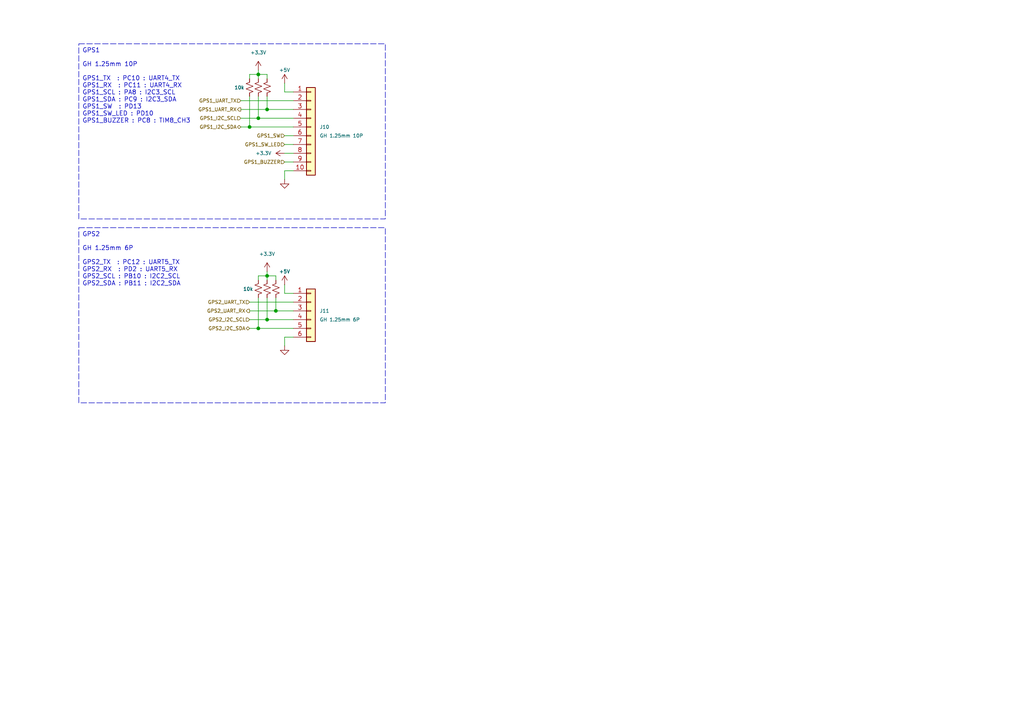
<source format=kicad_sch>
(kicad_sch (version 20250114) (generator "eeschema") (generator_version "9.0")
  (paper "A4")
  (title_block (title "STM32 Flight Controller") (date "2025-06-23") (rev "2.0.0 (WIP)") (company "NARAE") (comment 1 "INHA Univ. Areo-modelling Club") (comment 2 "2024 Winter UAV Project ") (comment 3 "Reversion 2"))
  (lib_symbols
    (symbol "Connector_Generic:Conn_01x06" (pin_names (offset 1.016) (hide yes))
      (property "Reference" "J" (at 0 7.62 0))
      (property "Value" "Conn_01x06" (at 0 -10.16 0))
      (symbol "Conn_01x06_1_1"
        (rectangle (start -1.27 6.35) (end 1.27 -8.89) (stroke (width 0.254)) (fill (type background)))
        (rectangle (start -1.27 5.207) (end 0 4.953) (stroke (width 0.1524)))
        (rectangle (start -1.27 2.667) (end 0 2.413) (stroke (width 0.1524)))
        (rectangle (start -1.27 0.127) (end 0 -0.127) (stroke (width 0.1524)))
        (rectangle (start -1.27 -2.413) (end 0 -2.667) (stroke (width 0.1524)))
        (rectangle (start -1.27 -4.953) (end 0 -5.207) (stroke (width 0.1524)))
        (rectangle (start -1.27 -7.493) (end 0 -7.747) (stroke (width 0.1524)))
        (pin passive line (at -5.08 5.08 0) (length 3.81) (name "Pin_1") (number "1"))
        (pin passive line (at -5.08 2.54 0) (length 3.81) (name "Pin_2") (number "2"))
        (pin passive line (at -5.08 0 0) (length 3.81) (name "Pin_3") (number "3"))
        (pin passive line (at -5.08 -2.54 0) (length 3.81) (name "Pin_4") (number "4"))
        (pin passive line (at -5.08 -5.08 0) (length 3.81) (name "Pin_5") (number "5"))
        (pin passive line (at -5.08 -7.62 0) (length 3.81) (name "Pin_6") (number "6"))
      )
    )
    (symbol "Connector_Generic:Conn_01x10" (pin_names (offset 1.016) (hide yes))
      (property "Reference" "J" (at 0 12.7 0))
      (property "Value" "Conn_01x10" (at 0 -15.24 0))
      (symbol "Conn_01x10_1_1"
        (rectangle (start -1.27 11.43) (end 1.27 -13.97) (stroke (width 0.254)) (fill (type background)))
        (rectangle (start -1.27 10.287) (end 0 10.033) (stroke (width 0.1524)))
        (rectangle (start -1.27 7.747) (end 0 7.493) (stroke (width 0.1524)))
        (rectangle (start -1.27 5.207) (end 0 4.953) (stroke (width 0.1524)))
        (rectangle (start -1.27 2.667) (end 0 2.413) (stroke (width 0.1524)))
        (rectangle (start -1.27 0.127) (end 0 -0.127) (stroke (width 0.1524)))
        (rectangle (start -1.27 -2.413) (end 0 -2.667) (stroke (width 0.1524)))
        (rectangle (start -1.27 -4.953) (end 0 -5.207) (stroke (width 0.1524)))
        (rectangle (start -1.27 -7.493) (end 0 -7.747) (stroke (width 0.1524)))
        (rectangle (start -1.27 -10.033) (end 0 -10.287) (stroke (width 0.1524)))
        (rectangle (start -1.27 -12.573) (end 0 -12.827) (stroke (width 0.1524)))
        (pin passive line (at -5.08 10.16 0) (length 3.81) (name "Pin_1") (number "1"))
        (pin passive line (at -5.08 7.62 0) (length 3.81) (name "Pin_2") (number "2"))
        (pin passive line (at -5.08 5.08 0) (length 3.81) (name "Pin_3") (number "3"))
        (pin passive line (at -5.08 2.54 0) (length 3.81) (name "Pin_4") (number "4"))
        (pin passive line (at -5.08 0 0) (length 3.81) (name "Pin_5") (number "5"))
        (pin passive line (at -5.08 -2.54 0) (length 3.81) (name "Pin_6") (number "6"))
        (pin passive line (at -5.08 -5.08 0) (length 3.81) (name "Pin_7") (number "7"))
        (pin passive line (at -5.08 -7.62 0) (length 3.81) (name "Pin_8") (number "8"))
        (pin passive line (at -5.08 -10.16 0) (length 3.81) (name "Pin_9") (number "9"))
        (pin passive line (at -5.08 -12.7 0) (length 3.81) (name "Pin_10") (number "10"))
      )
    )
    (symbol "Device:R_Small_US" (pin_numbers (hide yes)) (pin_names (offset 0.254) (hide yes))
      (property "Reference" "R" (at 0.762 0.508 0))
      (property "Value" "R_Small_US" (at 0.762 -1.016 0))
      (symbol "R_Small_US_1_1"
        (polyline (pts (xy 0 1.524) (xy 1.016 1.143) (xy 0 0.762) (xy -1.016 0.381) (xy 0 0)))
        (polyline (pts (xy 0 0) (xy 1.016 -0.381) (xy 0 -0.762) (xy -1.016 -1.143) (xy 0 -1.524)))
        (pin passive line (at 0 2.54 270) (length 1.016) (name "~") (number "1"))
        (pin passive line (at 0 -2.54 90) (length 1.016) (name "~") (number "2"))
      )
    )
    (symbol "power:+3.3V" (power) (pin_numbers (hide yes)) (pin_names (offset 0) (hide yes))
      (property "Value" "+3.3V" (at 0 3.556 0))
      (symbol "+3.3V_0_1"
        (polyline (pts (xy -0.762 1.27) (xy 0 2.54)))
        (polyline (pts (xy 0 2.54) (xy 0.762 1.27)))
        (polyline (pts (xy 0 0) (xy 0 2.54)))
      )
      (symbol "+3.3V_1_1"
        (pin power_in line (at 0 0 90) (length 0) (name "~") (number "1"))
      )
    )
    (symbol "power:+5V" (power) (pin_numbers (hide yes)) (pin_names (offset 0) (hide yes))
      (property "Value" "+5V" (at 0 3.556 0))
      (symbol "+5V_0_1"
        (polyline (pts (xy -0.762 1.27) (xy 0 2.54)))
        (polyline (pts (xy 0 2.54) (xy 0.762 1.27)))
        (polyline (pts (xy 0 0) (xy 0 2.54)))
      )
      (symbol "+5V_1_1"
        (pin power_in line (at 0 0 90) (length 0) (name "~") (number "1"))
      )
    )
    (symbol "power:GND" (power) (pin_numbers (hide yes)) (pin_names (offset 0) (hide yes))
      (property "Value" "GND" (at 0 -3.81 0))
      (symbol "GND_0_1"
        (polyline (pts (xy 0 0) (xy 0 -1.27) (xy 1.27 -1.27) (xy 0 -2.54) (xy -1.27 -1.27) (xy 0 -1.27)))
      )
      (symbol "GND_1_1"
        (pin power_in line (at 0 0 270) (length 0) (name "~") (number "1"))
      )
    )
  )
  (rectangle (start 22.86 12.7) (end 111.76 63.5) (stroke (width 0) (type dash)))
  (rectangle (start 22.86 66.04) (end 111.76 116.84) (stroke (width 0) (type dash)))
  (text "GH 1.25mm 10P\n\nGPS1_TX  : PC10 : UART4_TX\nGPS1_RX  : PC11 : UART4_RX\nGPS1_SCL : PA8 : I2C3_SCL\nGPS1_SDA : PC9 : I2C3_SDA\nGPS1_SW  : PD13\nGPS1_SW_LED : PD10\nGPS1_BUZZER : PC8 : TIM8_CH3" (at 23.876 18.034 0) (effects (font (size 1.27 1.27)) (justify left top)))
  (text "GH 1.25mm 6P\n\nGPS2_TX  : PC12 : UART5_TX\nGPS2_RX  : PD2 : UART5_RX\nGPS2_SCL : PB10 : I2C2_SCL\nGPS2_SDA : PB11 : I2C2_SDA" (at 23.876 71.374 0) (effects (font (size 1.27 1.27)) (justify left top)))
  (text "GPS2" (at 23.876 68.834 0) (effects (font (size 1.27 1.27)) (justify left bottom)))
  (text "GPS1" (at 23.876 15.494 0) (effects (font (size 1.27 1.27)) (justify left bottom)))
  (junction (at 80.01 90.17))
  (junction (at 77.47 92.71))
  (junction (at 77.47 80.01))
  (junction (at 77.47 31.75))
  (junction (at 74.93 21.59))
  (junction (at 74.93 34.29))
  (junction (at 74.93 95.25))
  (junction (at 72.39 36.83))
  (wire (pts (xy 74.93 27.94) (xy 74.93 34.29)))
  (wire (pts (xy 82.55 46.99) (xy 85.09 46.99)))
  (wire (pts (xy 82.55 97.79) (xy 82.55 100.33)))
  (wire (pts (xy 74.93 80.01) (xy 77.47 80.01)))
  (wire (pts (xy 69.85 36.83) (xy 72.39 36.83)))
  (wire (pts (xy 77.47 31.75) (xy 85.09 31.75)))
  (wire (pts (xy 82.55 82.55) (xy 82.55 85.09)))
  (wire (pts (xy 80.01 90.17) (xy 85.09 90.17)))
  (wire (pts (xy 69.85 29.21) (xy 85.09 29.21)))
  (wire (pts (xy 77.47 78.74) (xy 77.47 80.01)))
  (wire (pts (xy 72.39 22.86) (xy 72.39 21.59)))
  (wire (pts (xy 80.01 80.01) (xy 80.01 81.28)))
  (wire (pts (xy 82.55 85.09) (xy 85.09 85.09)))
  (wire (pts (xy 72.39 90.17) (xy 80.01 90.17)))
  (wire (pts (xy 82.55 41.91) (xy 85.09 41.91)))
  (wire (pts (xy 77.47 80.01) (xy 80.01 80.01)))
  (wire (pts (xy 77.47 21.59) (xy 77.47 22.86)))
  (wire (pts (xy 77.47 92.71) (xy 85.09 92.71)))
  (wire (pts (xy 72.39 36.83) (xy 85.09 36.83)))
  (wire (pts (xy 74.93 95.25) (xy 85.09 95.25)))
  (wire (pts (xy 69.85 34.29) (xy 74.93 34.29)))
  (wire (pts (xy 74.93 21.59) (xy 77.47 21.59)))
  (wire (pts (xy 82.55 49.53) (xy 82.55 52.07)))
  (wire (pts (xy 74.93 34.29) (xy 85.09 34.29)))
  (wire (pts (xy 72.39 21.59) (xy 74.93 21.59)))
  (wire (pts (xy 72.39 92.71) (xy 77.47 92.71)))
  (wire (pts (xy 82.55 24.13) (xy 82.55 26.67)))
  (wire (pts (xy 74.93 21.59) (xy 74.93 22.86)))
  (wire (pts (xy 72.39 87.63) (xy 85.09 87.63)))
  (wire (pts (xy 85.09 49.53) (xy 82.55 49.53)))
  (wire (pts (xy 77.47 27.94) (xy 77.47 31.75)))
  (wire (pts (xy 77.47 80.01) (xy 77.47 81.28)))
  (wire (pts (xy 82.55 26.67) (xy 85.09 26.67)))
  (wire (pts (xy 85.09 97.79) (xy 82.55 97.79)))
  (wire (pts (xy 82.55 39.37) (xy 85.09 39.37)))
  (wire (pts (xy 74.93 86.36) (xy 74.93 95.25)))
  (wire (pts (xy 80.01 86.36) (xy 80.01 90.17)))
  (wire (pts (xy 72.39 27.94) (xy 72.39 36.83)))
  (wire (pts (xy 74.93 81.28) (xy 74.93 80.01)))
  (wire (pts (xy 69.85 31.75) (xy 77.47 31.75)))
  (wire (pts (xy 82.55 44.45) (xy 85.09 44.45)))
  (wire (pts (xy 77.47 86.36) (xy 77.47 92.71)))
  (wire (pts (xy 74.93 20.32) (xy 74.93 21.59)))
  (wire (pts (xy 72.39 95.25) (xy 74.93 95.25)))
  (hierarchical_label "GPS1_I2C_SCL" (shape input) (at 69.85 34.29 180) (effects (font (size 1 1))))
  (hierarchical_label "GPS2_I2C_SDA" (shape bidirectional) (at 72.39 95.25 180) (effects (font (size 1 1))))
  (hierarchical_label "GPS1_SW" (shape input) (at 82.55 39.37 180) (effects (font (size 1 1))))
  (hierarchical_label "GPS1_SW_LED" (shape input) (at 82.55 41.91 180) (effects (font (size 1 1))))
  (hierarchical_label "GPS1_UART_TX" (shape input) (at 69.85 29.21 180) (effects (font (size 1 1))))
  (hierarchical_label "GPS1_UART_RX" (shape output) (at 69.85 31.75 180) (effects (font (size 1 1))))
  (hierarchical_label "GPS1_I2C_SDA" (shape bidirectional) (at 69.85 36.83 180) (effects (font (size 1 1))))
  (hierarchical_label "GPS2_I2C_SCL" (shape input) (at 72.39 92.71 180) (effects (font (size 1 1))))
  (hierarchical_label "GPS1_BUZZER" (shape input) (at 82.55 46.99 180) (effects (font (size 1 1))))
  (hierarchical_label "GPS2_UART_TX" (shape input) (at 72.39 87.63 180) (effects (font (size 1 1))))
  (hierarchical_label "GPS2_UART_RX" (shape output) (at 72.39 90.17 180) (effects (font (size 1 1))))
  (symbol (lib_id "Device:R_Small_US") (at 80.01 83.82 0) (mirror y) (unit 1)
    (property "Reference" "R43" (effects (hide yes)))
    (property "Value" "10k" (at 73.406 83.82 0) (effects (font (size 1 1)) (justify left)))
    (property "Footprint" "Resistor_SMD:R_0402_1005Metric" (effects (hide yes)))
    (property "Description" "Resistor, small US symbol" (effects (hide yes)))
    (property "LCSC" "C25531" (effects (hide yes)))
  )
  (symbol (lib_id "power:GND") (at 82.55 100.33 0) (unit 1)
    (property "Reference" "#PWR0108" (effects (hide yes)))
    (property "Value" "GND" (effects (hide yes)))
    (property "Description" "Power symbol creates a global label with name \"GND\" , ground" (effects (hide yes)))
  )
  (symbol (lib_id "power:GND") (at 82.55 52.07 0) (unit 1)
    (property "Reference" "#PWR0106" (effects (hide yes)))
    (property "Value" "GND" (effects (hide yes)))
    (property "Description" "Power symbol creates a global label with name \"GND\" , ground" (effects (hide yes)))
  )
  (symbol (lib_id "Device:R_Small_US") (at 72.39 25.4 0) (mirror y) (unit 1)
    (property "Reference" "R38" (effects (hide yes)))
    (property "Value" "10k" (effects (hide yes)))
    (property "Footprint" "Resistor_SMD:R_0402_1005Metric" (effects (hide yes)))
    (property "Description" "Resistor, small US symbol" (effects (hide yes)))
    (property "LCSC" "C25531" (effects (hide yes)))
  )
  (symbol (lib_id "power:+3.3V") (at 82.55 44.45 90) (unit 1)
    (property "Reference" "#PWR0105" (effects (hide yes)))
    (property "Value" "+3.3V" (at 78.74 44.4499 90) (effects (font (size 1 1)) (justify left)))
    (property "Description" "Power symbol creates a global label with name \"+3.3V\"" (effects (hide yes)))
  )
  (symbol (lib_id "power:+3.3V") (at 74.93 20.32 0) (unit 1)
    (property "Reference" "#PWR0102" (effects (hide yes)))
    (property "Value" "+3.3V" (at 74.93 15.24 0) (effects (font (size 1 1))))
    (property "Description" "Power symbol creates a global label with name \"+3.3V\"" (effects (hide yes)))
  )
  (symbol (lib_id "Connector_Generic:Conn_01x10") (at 90.17 36.83 0) (unit 1)
    (property "Reference" "J10" (at 92.71 36.83 0) (effects (font (size 1 1)) (justify left)))
    (property "Value" "GH 1.25mm 10P" (at 92.71 39.37 0) (effects (font (size 1 1)) (justify left)))
    (property "Footprint" "JST_GH:JST_GH_SM10B-GHS-TB_10x1.25mm_Angled" (effects (hide yes)))
    (property "Description" "Generic connector, single row, 01x10, script generated (kicad-library-utils/schlib/autogen/connector/)" (effects (hide yes)))
    (property "LCSC" "C2683602 " (effects (hide yes)))
  )
  (symbol (lib_id "Device:R_Small_US") (at 74.93 25.4 0) (mirror y) (unit 1)
    (property "Reference" "R39" (effects (hide yes)))
    (property "Value" "10k" (effects (hide yes)))
    (property "Footprint" "Resistor_SMD:R_0402_1005Metric" (effects (hide yes)))
    (property "Description" "Resistor, small US symbol" (effects (hide yes)))
    (property "LCSC" "C25531" (effects (hide yes)))
  )
  (symbol (lib_id "Connector_Generic:Conn_01x06") (at 90.17 90.17 0) (unit 1)
    (property "Reference" "J11" (at 92.71 90.17 0) (effects (font (size 1 1)) (justify left)))
    (property "Value" "GH 1.25mm 6P" (at 92.71 92.71 0) (effects (font (size 1 1)) (justify left)))
    (property "Footprint" "JST_GH:JST_GH_SM06B-GHS-TB_06x1.25mm_Angled" (effects (hide yes)))
    (property "Description" "Generic connector, single row, 01x06, script generated (kicad-library-utils/schlib/autogen/connector/)" (effects (hide yes)))
    (property "LCSC" "C133065" (effects (hide yes)))
  )
  (symbol (lib_id "power:+5V") (at 82.55 82.55 0) (unit 1)
    (property "Reference" "#PWR0107" (effects (hide yes)))
    (property "Value" "+5V" (at 82.55 78.74 0) (effects (font (size 1 1))))
    (property "Description" "Power symbol creates a global label with name \"+5V\"" (effects (hide yes)))
  )
  (symbol (lib_id "power:+5V") (at 82.55 24.13 0) (unit 1)
    (property "Reference" "#PWR0104" (effects (hide yes)))
    (property "Value" "+5V" (at 82.55 20.32 0) (effects (font (size 1 1))))
    (property "Description" "Power symbol creates a global label with name \"+5V\"" (effects (hide yes)))
  )
  (symbol (lib_id "power:+3.3V") (at 77.47 78.74 0) (unit 1)
    (property "Reference" "#PWR0103" (effects (hide yes)))
    (property "Value" "+3.3V" (at 77.47 73.66 0) (effects (font (size 1 1))))
    (property "Description" "Power symbol creates a global label with name \"+3.3V\"" (effects (hide yes)))
  )
  (symbol (lib_id "Device:R_Small_US") (at 77.47 25.4 0) (mirror y) (unit 1)
    (property "Reference" "R41" (effects (hide yes)))
    (property "Value" "10k" (at 70.866 25.4 0) (effects (font (size 1 1)) (justify left)))
    (property "Footprint" "Resistor_SMD:R_0402_1005Metric" (effects (hide yes)))
    (property "Description" "Resistor, small US symbol" (effects (hide yes)))
    (property "LCSC" "C25531" (effects (hide yes)))
  )
  (symbol (lib_id "Device:R_Small_US") (at 77.47 83.82 0) (mirror y) (unit 1)
    (property "Reference" "R42" (effects (hide yes)))
    (property "Value" "10k" (effects (hide yes)))
    (property "Footprint" "Resistor_SMD:R_0402_1005Metric" (effects (hide yes)))
    (property "Description" "Resistor, small US symbol" (effects (hide yes)))
    (property "LCSC" "C25531" (effects (hide yes)))
  )
  (symbol (lib_id "Device:R_Small_US") (at 74.93 83.82 0) (mirror y) (unit 1)
    (property "Reference" "R40" (effects (hide yes)))
    (property "Value" "10k" (effects (hide yes)))
    (property "Footprint" "Resistor_SMD:R_0402_1005Metric" (effects (hide yes)))
    (property "Description" "Resistor, small US symbol" (effects (hide yes)))
    (property "LCSC" "C25531" (effects (hide yes)))
  )
)
</source>
